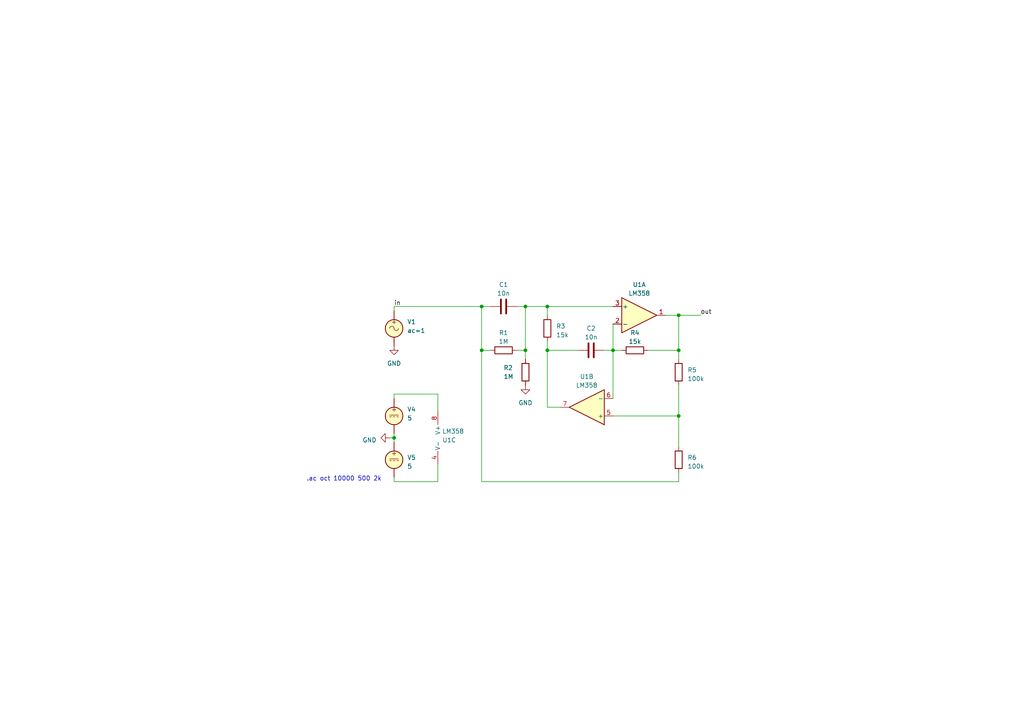
<source format=kicad_sch>
(kicad_sch (version 20221004) (generator eeschema)
  (paper "A4")
  (lib_symbols
    (symbol "Amplifier_Operational:LM358" (pin_names (offset 0.127))
      (property "Reference" "U" (at 0 5.08 0))
      (property "Value" "LM358" (at 0 -5.08 0))
      (symbol "LM358_1_1"
        (polyline (pts (xy -5.08 5.08) (xy 5.08 0) (xy -5.08 -5.08) (xy -5.08 5.08)) (stroke (width 0.254)) (fill (type background)))
        (pin output line (at 7.62 0 180) (length 2.54) (name "~") (number "1"))
        (pin input line (at -7.62 -2.54 0) (length 2.54) (name "-") (number "2"))
        (pin input line (at -7.62 2.54 0) (length 2.54) (name "+") (number "3"))
      )
      (symbol "LM358_2_1"
        (polyline (pts (xy -5.08 5.08) (xy 5.08 0) (xy -5.08 -5.08) (xy -5.08 5.08)) (stroke (width 0.254)) (fill (type background)))
        (pin input line (at -7.62 2.54 0) (length 2.54) (name "+") (number "5"))
        (pin input line (at -7.62 -2.54 0) (length 2.54) (name "-") (number "6"))
        (pin output line (at 7.62 0 180) (length 2.54) (name "~") (number "7"))
      )
      (symbol "LM358_3_1"
        (pin power_in line (at -2.54 -7.62 90) (length 3.81) (name "V-") (number "4"))
        (pin power_in line (at -2.54 7.62 270) (length 3.81) (name "V+") (number "8"))
      )
    )
    (symbol "Device:C" (pin_numbers hide) (pin_names (offset 0.254))
      (property "Reference" "C" (at 0.635 2.54 0))
      (property "Value" "C" (at 0.635 -2.54 0))
      (symbol "C_0_1"
        (polyline (pts (xy -2.032 -0.762) (xy 2.032 -0.762)) (stroke (width 0.508)))
        (polyline (pts (xy -2.032 0.762) (xy 2.032 0.762)) (stroke (width 0.508)))
      )
      (symbol "C_1_1"
        (pin passive line (at 0 3.81 270) (length 2.794) (name "~") (number "1"))
        (pin passive line (at 0 -3.81 90) (length 2.794) (name "~") (number "2"))
      )
    )
    (symbol "Device:R" (pin_numbers hide) (pin_names (offset 0))
      (property "Reference" "R" (at 2.032 0 90))
      (property "Value" "R" (at 0 0 90))
      (symbol "R_0_1"
        (rectangle (start -1.016 -2.54) (end 1.016 2.54) (stroke (width 0.254)))
      )
      (symbol "R_1_1"
        (pin passive line (at 0 3.81 270) (length 1.27) (name "~") (number "1"))
        (pin passive line (at 0 -3.81 90) (length 1.27) (name "~") (number "2"))
      )
    )
    (symbol "Simulation_SPICE:VDC" (pin_numbers hide) (pin_names (offset 0.0254))
      (property "Reference" "V" (at 2.54 2.54 0))
      (property "Value" "VDC" (at 2.54 0 0))
      (property "Spice_Model" "dc(1)" (at 2.54 -2.54 0))
      (symbol "VDC_0_0"
        (polyline (pts (xy -1.27 0.254) (xy 1.27 0.254)))
        (polyline (pts (xy -0.762 -0.254) (xy -1.27 -0.254)))
        (polyline (pts (xy 0.254 -0.254) (xy -0.254 -0.254)))
        (polyline (pts (xy 1.27 -0.254) (xy 0.762 -0.254)))
        (text "+" (at 0 1.905 0) (effects (font (size 1.27 1.27))))
      )
      (symbol "VDC_0_1"
        (circle (center 0 0) (radius 2.54) (stroke (width 0.254)) (fill (type background)))
      )
      (symbol "VDC_1_1"
        (pin passive line (at 0 5.08 270) (length 2.54) (name "~") (number "1"))
        (pin passive line (at 0 -5.08 90) (length 2.54) (name "~") (number "2"))
      )
    )
    (symbol "Simulation_SPICE:VSIN" (pin_numbers hide) (pin_names (offset 0.0254))
      (property "Reference" "V" (at 2.54 2.54 0))
      (property "Value" "VSIN" (at 2.54 0 0))
      (property "Spice_Model" "sin(0 1 1k)" (at 2.54 -2.54 0))
      (symbol "VSIN_0_0"
        (arc (start 0 0) (mid -0.635 0.6323) (end -1.27 0))
        (arc (start 0 0) (mid 0.635 -0.6323) (end 1.27 0))
        (text "+" (at 0 1.905 0) (effects (font (size 1.27 1.27))))
      )
      (symbol "VSIN_0_1"
        (circle (center 0 0) (radius 2.54) (stroke (width 0.254)) (fill (type background)))
      )
      (symbol "VSIN_1_1"
        (pin passive line (at 0 5.08 270) (length 2.54) (name "~") (number "1"))
        (pin passive line (at 0 -5.08 90) (length 2.54) (name "~") (number "2"))
      )
    )
    (symbol "power:GND" (power) (pin_names (offset 0))
      (property "Value" "GND" (at 0 -3.81 0))
      (symbol "GND_0_1"
        (polyline (pts (xy 0 0) (xy 0 -1.27) (xy 1.27 -1.27) (xy 0 -2.54) (xy -1.27 -1.27) (xy 0 -1.27)))
      )
      (symbol "GND_1_1"
        (pin power_in line (at 0 0 270) (length 0) hide (name "GND") (number "1"))
      )
    )
  )
  (junction (at 196.85 91.44))
  (junction (at 158.75 101.6))
  (junction (at 196.85 120.65))
  (junction (at 196.85 101.6))
  (junction (at 158.75 88.9))
  (junction (at 139.7 101.6))
  (junction (at 177.8 101.6))
  (junction (at 152.4 88.9))
  (junction (at 152.4 101.6))
  (junction (at 139.7 88.9))
  (junction (at 114.3 127))
  (wire (pts (xy 158.75 118.11) (xy 158.75 101.6)))
  (wire (pts (xy 196.85 139.7) (xy 139.7 139.7)))
  (wire (pts (xy 167.64 101.6) (xy 158.75 101.6)))
  (wire (pts (xy 162.56 118.11) (xy 158.75 118.11)))
  (wire (pts (xy 139.7 139.7) (xy 139.7 101.6)))
  (wire (pts (xy 139.7 101.6) (xy 139.7 88.9)))
  (wire (pts (xy 114.3 127) (xy 114.3 128.27)))
  (wire (pts (xy 158.75 88.9) (xy 177.8 88.9)))
  (wire (pts (xy 152.4 88.9) (xy 158.75 88.9)))
  (wire (pts (xy 114.3 88.9) (xy 139.7 88.9)))
  (wire (pts (xy 114.3 139.7) (xy 114.3 138.43)))
  (wire (pts (xy 149.86 101.6) (xy 152.4 101.6)))
  (wire (pts (xy 114.3 125.73) (xy 114.3 127)))
  (wire (pts (xy 177.8 101.6) (xy 175.26 101.6)))
  (wire (pts (xy 196.85 137.16) (xy 196.85 139.7)))
  (wire (pts (xy 114.3 114.3) (xy 127 114.3)))
  (wire (pts (xy 114.3 115.57) (xy 114.3 114.3)))
  (wire (pts (xy 149.86 88.9) (xy 152.4 88.9)))
  (wire (pts (xy 142.24 101.6) (xy 139.7 101.6)))
  (wire (pts (xy 196.85 101.6) (xy 196.85 91.44)))
  (wire (pts (xy 196.85 120.65) (xy 196.85 129.54)))
  (wire (pts (xy 152.4 101.6) (xy 152.4 88.9)))
  (wire (pts (xy 196.85 111.76) (xy 196.85 120.65)))
  (wire (pts (xy 177.8 101.6) (xy 177.8 93.98)))
  (wire (pts (xy 177.8 115.57) (xy 177.8 101.6)))
  (wire (pts (xy 152.4 101.6) (xy 152.4 104.14)))
  (wire (pts (xy 196.85 91.44) (xy 203.2 91.44)))
  (wire (pts (xy 158.75 91.44) (xy 158.75 88.9)))
  (wire (pts (xy 114.3 90.17) (xy 114.3 88.9)))
  (wire (pts (xy 139.7 88.9) (xy 142.24 88.9)))
  (wire (pts (xy 113.03 127) (xy 114.3 127)))
  (wire (pts (xy 196.85 104.14) (xy 196.85 101.6)))
  (wire (pts (xy 127 114.3) (xy 127 119.38)))
  (wire (pts (xy 127 139.7) (xy 114.3 139.7)))
  (wire (pts (xy 158.75 101.6) (xy 158.75 99.06)))
  (wire (pts (xy 177.8 120.65) (xy 196.85 120.65)))
  (wire (pts (xy 187.96 101.6) (xy 196.85 101.6)))
  (wire (pts (xy 196.85 91.44) (xy 193.04 91.44)))
  (wire (pts (xy 127 134.62) (xy 127 139.7)))
  (wire (pts (xy 177.8 101.6) (xy 180.34 101.6)))
  (text ".ac oct 10000 500 2k" (at 88.9 139.7 0) (effects (font (size 1.27 1.27)) (justify left bottom)))
  (label "in" (at 114.3 88.9 0))
  (label "out" (at 203.2 91.44 0))
  (symbol (lib_id "Amplifier_Operational:LM358") (at 170.18 118.11 180) (unit 2)
    (property "Reference" "U1" (at 170.18 109.22 0))
    (property "Value" "LM358" (at 170.18 111.76 0))
    (property "Datasheet" "http://www.ti.com/lit/ds/symlink/lm2904-n.pdf" (effects hide))
    (property "Sim.Name" "uopamp_lvl2_2x" (effects hide))
    (property "Sim.Library" "uopamp.lib.spice" (effects hide))
    (property "Sim.Device" "SUBCKT" (effects hide))
    (property "Sim.Pins" "8 4 3 2 1 5 6 7" (effects hide))
  )
  (symbol (lib_id "power:GND") (at 113.03 127 270) (unit 1)
    (property "Reference" "#PWR0102" (effects hide))
    (property "Value" "GND" (at 109.22 127.635 90) (effects (justify right)))
  )
  (symbol (lib_id "Device:R") (at 146.05 101.6 90) (unit 1)
    (property "Reference" "R1" (at 146.05 96.52 90))
    (property "Value" "1M" (at 146.05 99.06 90))
    (property "Sim.Device" "R" (effects hide))
  )
  (symbol (lib_id "power:GND") (at 114.3 100.33 0) (unit 1)
    (property "Reference" "#PWR0103" (effects hide))
    (property "Value" "GND" (at 114.3 105.41 0))
  )
  (symbol (lib_id "power:GND") (at 152.4 111.76 0) (unit 1)
    (property "Reference" "#PWR0101" (effects hide))
    (property "Value" "GND" (at 152.4 116.84 0))
  )
  (symbol (lib_id "Device:R") (at 196.85 133.35 0) (unit 1)
    (property "Reference" "R6" (at 199.39 132.715 0) (effects (justify left)))
    (property "Value" "100k" (at 199.39 135.255 0) (effects (justify left)))
    (property "Sim.Device" "R" (effects hide))
  )
  (symbol (lib_id "Simulation_SPICE:VDC") (at 114.3 133.35 0) (unit 1)
    (property "Reference" "V5" (at 118.11 132.715 0) (effects (justify left)))
    (property "Value" "5" (at 118.11 135.255 0) (effects (justify left)))
    (property "Sim.Device" "V" (effects hide))
  )
  (symbol (lib_id "Device:R") (at 184.15 101.6 270) (unit 1)
    (property "Reference" "R4" (at 184.15 96.52 90))
    (property "Value" "15k" (at 184.15 99.06 90))
    (property "Sim.Device" "R" (effects hide))
  )
  (symbol (lib_id "Amplifier_Operational:LM358") (at 124.46 127 0) (mirror y) (unit 3)
    (property "Reference" "U1" (at 128.27 127.635 0) (effects (justify right)))
    (property "Value" "LM358" (at 128.27 125.095 0) (effects (justify right)))
    (property "Datasheet" "http://www.ti.com/lit/ds/symlink/lm2904-n.pdf" (effects hide))
    (property "Sim.Name" "uopamp_lvl2_2x" (effects hide))
    (property "Sim.Library" "uopamp.lib.spice" (effects hide))
    (property "Sim.Device" "SUBCKT" (effects hide))
    (property "Sim.Pins" "8 4 3 2 1 5 6 7" (effects hide))
  )
  (symbol (lib_id "Simulation_SPICE:VSIN") (at 114.3 95.25 0) (unit 1)
    (property "Reference" "V1" (at 118.11 93.345 0) (effects (justify left)))
    (property "Value" "ac=1" (at 118.11 95.885 0) (effects (justify left)))
    (property "Sim.Device" "V" (effects hide))
  )
  (symbol (lib_id "Device:C") (at 171.45 101.6 90) (unit 1)
    (property "Reference" "C2" (at 171.45 95.25 90))
    (property "Value" "10n" (at 171.45 97.79 90))
    (property "Sim.Device" "C" (effects hide))
  )
  (symbol (lib_id "Simulation_SPICE:VDC") (at 114.3 120.65 0) (unit 1)
    (property "Reference" "V4" (at 118.11 118.745 0) (effects (justify left)))
    (property "Value" "5" (at 118.11 121.285 0) (effects (justify left)))
    (property "Sim.Device" "V" (effects hide))
  )
  (symbol (lib_id "Amplifier_Operational:LM358") (at 185.42 91.44 0) (unit 1)
    (property "Reference" "U1" (at 185.42 82.55 0))
    (property "Value" "LM358" (at 185.42 85.09 0))
    (property "Datasheet" "http://www.ti.com/lit/ds/symlink/lm2904-n.pdf" (effects hide))
    (property "Sim.Name" "uopamp_lvl2_2x" (effects hide))
    (property "Sim.Library" "uopamp.lib.spice" (effects hide))
    (property "Sim.Device" "SUBCKT" (effects hide))
    (property "Sim.Pins" "8 4 3 2 1 5 6 7" (effects hide))
  )
  (symbol (lib_id "Device:R") (at 158.75 95.25 180) (unit 1)
    (property "Reference" "R3" (at 161.29 94.615 0) (effects (justify right)))
    (property "Value" "15k" (at 161.29 97.155 0) (effects (justify right)))
    (property "Sim.Device" "R" (effects hide))
  )
  (symbol (lib_id "Device:C") (at 146.05 88.9 90) (unit 1)
    (property "Reference" "C1" (at 146.05 82.55 90))
    (property "Value" "10n" (at 146.05 85.09 90))
    (property "Sim.Device" "C" (effects hide))
  )
  (symbol (lib_id "Device:R") (at 196.85 107.95 0) (unit 1)
    (property "Reference" "R5" (at 199.39 107.315 0) (effects (justify left)))
    (property "Value" "100k" (at 199.39 109.855 0) (effects (justify left)))
    (property "Sim.Device" "R" (effects hide))
  )
  (symbol (lib_id "Device:R") (at 152.4 107.95 180) (unit 1)
    (property "Reference" "R2" (at 146.05 106.68 0) (effects (justify right)))
    (property "Value" "1M" (at 146.05 109.22 0) (effects (justify right)))
    (property "Sim.Device" "R" (effects hide))
  )
)
</source>
